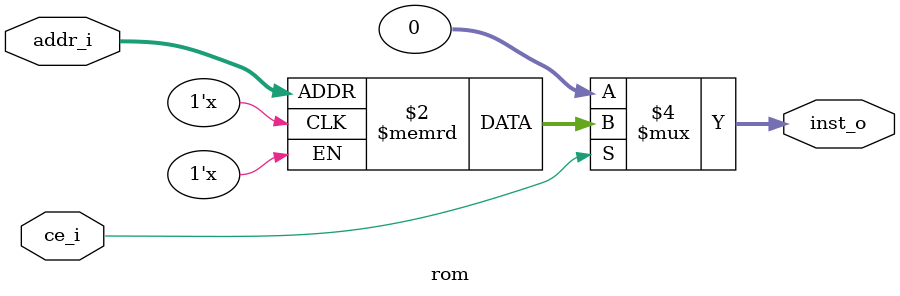
<source format=v>
/*
This file is for rom module, it's for storing instructions, 
where "instruction fetch(IF)" fetch the instruction.
In regular PC, IF is done on RAM but in here we assume it done on ROM 
as some embedding system always do. (not sure about that)
    - variable end up with 'i' is for input and 'o' is for output.
    - addr_i represent pc address
    - ce_i reprecet
    - inst_o represent the instruction
    - rom reprecent the rom, in here we have 64x32bit
*/


module rom (
    input wire ce_i,
    input wire[5:0] addr_i,
    output reg[31:0] inst_o
);
    reg[31:0] rom[63:0];
    
    always @(*) begin
        if(ce_i) begin
            inst_o = rom[addr_i];
        end else begin
            inst_o = 32'h0;
        end
    end
endmodule
</source>
